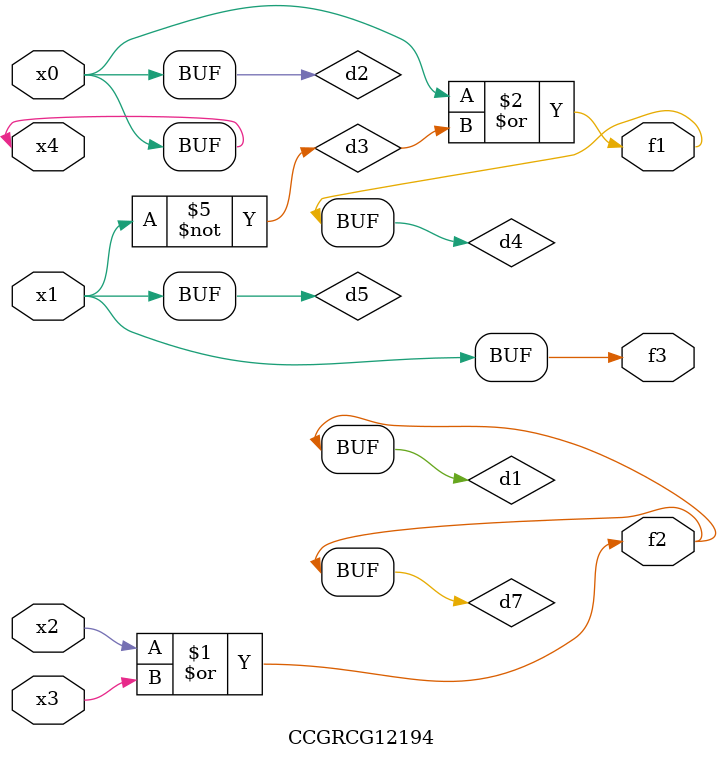
<source format=v>
module CCGRCG12194(
	input x0, x1, x2, x3, x4,
	output f1, f2, f3
);

	wire d1, d2, d3, d4, d5, d6, d7;

	or (d1, x2, x3);
	buf (d2, x0, x4);
	not (d3, x1);
	or (d4, d2, d3);
	not (d5, d3);
	nand (d6, d1, d3);
	or (d7, d1);
	assign f1 = d4;
	assign f2 = d7;
	assign f3 = d5;
endmodule

</source>
